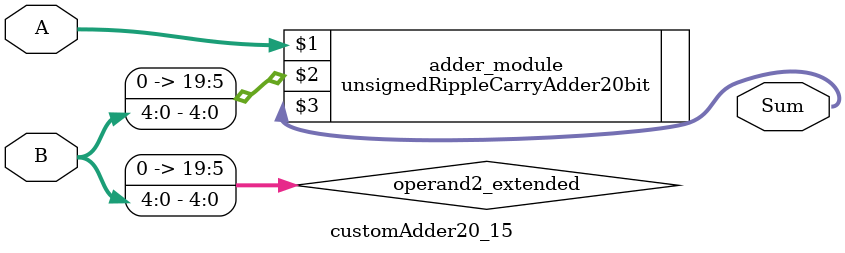
<source format=v>

module customAdder20_15(
                    input [19 : 0] A,
                    input [4 : 0] B,
                    
                    output [20 : 0] Sum
            );

    wire [19 : 0] operand2_extended;
    
    assign operand2_extended =  {15'b0, B};
    
    unsignedRippleCarryAdder20bit adder_module(
        A,
        operand2_extended,
        Sum
    );
    
endmodule
        
</source>
